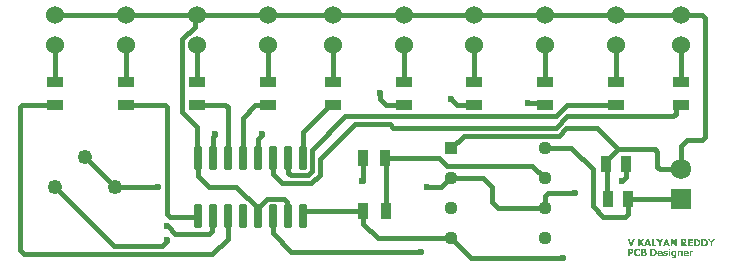
<source format=gtl>
G04*
G04 #@! TF.GenerationSoftware,Altium Limited,Altium Designer,23.1.1 (15)*
G04*
G04 Layer_Physical_Order=1*
G04 Layer_Color=255*
%FSLAX44Y44*%
%MOMM*%
G71*
G04*
G04 #@! TF.SameCoordinates,C741470B-7C4C-4177-9209-F2D843503FCF*
G04*
G04*
G04 #@! TF.FilePolarity,Positive*
G04*
G01*
G75*
%ADD15R,0.9700X1.4700*%
%ADD16R,0.9500X1.4000*%
G04:AMPARAMS|DCode=17|XSize=1.97mm|YSize=0.6mm|CornerRadius=0.075mm|HoleSize=0mm|Usage=FLASHONLY|Rotation=270.000|XOffset=0mm|YOffset=0mm|HoleType=Round|Shape=RoundedRectangle|*
%AMROUNDEDRECTD17*
21,1,1.9700,0.4500,0,0,270.0*
21,1,1.8200,0.6000,0,0,270.0*
1,1,0.1500,-0.2250,-0.9100*
1,1,0.1500,-0.2250,0.9100*
1,1,0.1500,0.2250,0.9100*
1,1,0.1500,0.2250,-0.9100*
%
%ADD17ROUNDEDRECTD17*%
%ADD18R,1.4000X0.9500*%
%ADD30C,0.3810*%
%ADD31C,1.1300*%
%ADD32R,1.1300X1.1300*%
%ADD33C,1.7250*%
%ADD34R,1.7250X1.7250*%
%ADD35C,1.5240*%
%ADD36C,1.2500*%
%ADD37C,0.6000*%
G36*
X555882Y11897D02*
X554384D01*
Y12997D01*
X555882D01*
Y11897D01*
D02*
G37*
G36*
X528238Y12831D02*
X528340D01*
X528451Y12822D01*
X528672Y12794D01*
X528682D01*
X528719Y12785D01*
X528774Y12775D01*
X528848Y12766D01*
X528931Y12748D01*
X529024Y12729D01*
X529227Y12683D01*
X529236D01*
X529264Y12674D01*
X529301Y12655D01*
X529356Y12637D01*
X529421Y12618D01*
X529505Y12581D01*
X529671Y12517D01*
X529680D01*
X529708Y12498D01*
X529754Y12480D01*
X529810Y12452D01*
X529939Y12397D01*
X530069Y12332D01*
Y10908D01*
X529902D01*
X529893Y10926D01*
X529837Y10973D01*
X529745Y11037D01*
X529634Y11130D01*
X529625Y11139D01*
X529606Y11158D01*
X529569Y11176D01*
X529523Y11213D01*
X529468Y11250D01*
X529412Y11296D01*
X529264Y11389D01*
X529255Y11398D01*
X529227Y11407D01*
X529181Y11435D01*
X529125Y11463D01*
X529051Y11500D01*
X528978Y11537D01*
X528793Y11611D01*
X528783D01*
X528746Y11629D01*
X528700Y11638D01*
X528635Y11657D01*
X528552Y11675D01*
X528469Y11685D01*
X528275Y11703D01*
X528219D01*
X528155Y11694D01*
X528071D01*
X527979Y11675D01*
X527877Y11657D01*
X527776Y11629D01*
X527674Y11592D01*
X527665D01*
X527628Y11574D01*
X527572Y11546D01*
X527507Y11509D01*
X527434Y11463D01*
X527341Y11398D01*
X527249Y11324D01*
X527156Y11241D01*
X527147Y11231D01*
X527119Y11194D01*
X527073Y11148D01*
X527027Y11074D01*
X526962Y10991D01*
X526907Y10880D01*
X526842Y10760D01*
X526786Y10621D01*
X526777Y10603D01*
X526768Y10557D01*
X526740Y10473D01*
X526722Y10362D01*
X526694Y10224D01*
X526666Y10067D01*
X526657Y9891D01*
X526648Y9697D01*
Y9688D01*
Y9669D01*
Y9641D01*
Y9604D01*
X526657Y9503D01*
X526666Y9373D01*
X526685Y9225D01*
X526712Y9068D01*
X526749Y8911D01*
X526796Y8763D01*
X526805Y8745D01*
X526823Y8698D01*
X526851Y8633D01*
X526897Y8541D01*
X526953Y8449D01*
X527027Y8347D01*
X527101Y8245D01*
X527184Y8153D01*
X527193Y8144D01*
X527221Y8116D01*
X527276Y8079D01*
X527332Y8023D01*
X527415Y7968D01*
X527498Y7912D01*
X527600Y7866D01*
X527702Y7820D01*
X527711D01*
X527757Y7801D01*
X527812Y7792D01*
X527887Y7774D01*
X527970Y7755D01*
X528071Y7746D01*
X528284Y7727D01*
X528330D01*
X528395Y7737D01*
X528469D01*
X528552Y7746D01*
X528645Y7764D01*
X528848Y7820D01*
X528857Y7829D01*
X528894Y7838D01*
X528941Y7857D01*
X529005Y7885D01*
X529153Y7959D01*
X529301Y8042D01*
X529310Y8051D01*
X529338Y8060D01*
X529375Y8088D01*
X529421Y8116D01*
X529532Y8199D01*
X529652Y8291D01*
X529662Y8301D01*
X529680Y8310D01*
X529708Y8338D01*
X529745Y8365D01*
X529837Y8439D01*
X529930Y8523D01*
X530069D01*
Y7099D01*
X530059D01*
X530041Y7089D01*
X530004Y7071D01*
X529958Y7053D01*
X529902Y7025D01*
X529837Y6997D01*
X529680Y6923D01*
X529671D01*
X529643Y6905D01*
X529597Y6886D01*
X529542Y6868D01*
X529477Y6840D01*
X529403Y6812D01*
X529236Y6757D01*
X529227D01*
X529190Y6747D01*
X529135Y6729D01*
X529061Y6710D01*
X528978Y6692D01*
X528885Y6673D01*
X528700Y6636D01*
X528691D01*
X528654Y6627D01*
X528598Y6618D01*
X528524D01*
X528432Y6609D01*
X528312Y6600D01*
X528182Y6590D01*
X527970D01*
X527896Y6600D01*
X527803D01*
X527692Y6618D01*
X527554Y6636D01*
X527406Y6655D01*
X527249Y6692D01*
X527082Y6738D01*
X526907Y6794D01*
X526731Y6858D01*
X526555Y6932D01*
X526370Y7025D01*
X526204Y7136D01*
X526037Y7265D01*
X525880Y7404D01*
X525871Y7413D01*
X525843Y7441D01*
X525806Y7487D01*
X525760Y7552D01*
X525695Y7635D01*
X525631Y7737D01*
X525557Y7857D01*
X525483Y7996D01*
X525409Y8153D01*
X525335Y8319D01*
X525270Y8513D01*
X525205Y8717D01*
X525159Y8939D01*
X525122Y9179D01*
X525094Y9438D01*
X525085Y9706D01*
Y9725D01*
Y9771D01*
X525094Y9845D01*
Y9946D01*
X525113Y10067D01*
X525131Y10205D01*
X525150Y10362D01*
X525187Y10529D01*
X525224Y10704D01*
X525279Y10889D01*
X525344Y11084D01*
X525418Y11278D01*
X525510Y11463D01*
X525621Y11648D01*
X525742Y11823D01*
X525880Y11990D01*
X525889Y11999D01*
X525917Y12027D01*
X525963Y12073D01*
X526028Y12119D01*
X526102Y12184D01*
X526204Y12258D01*
X526315Y12332D01*
X526444Y12415D01*
X526592Y12498D01*
X526749Y12572D01*
X526934Y12646D01*
X527119Y12711D01*
X527323Y12766D01*
X527544Y12803D01*
X527776Y12831D01*
X528025Y12840D01*
X528155D01*
X528238Y12831D01*
D02*
G37*
G36*
X565045Y11361D02*
X565109D01*
X565174Y11352D01*
X565331Y11315D01*
X565498Y11259D01*
X565673Y11185D01*
X565849Y11074D01*
X565923Y11000D01*
X565997Y10926D01*
Y10917D01*
X566015Y10908D01*
X566034Y10880D01*
X566052Y10843D01*
X566080Y10797D01*
X566117Y10741D01*
X566145Y10677D01*
X566182Y10603D01*
X566219Y10520D01*
X566246Y10427D01*
X566283Y10325D01*
X566311Y10205D01*
X566330Y10085D01*
X566348Y9956D01*
X566367Y9808D01*
Y9660D01*
Y6710D01*
X564952D01*
Y8957D01*
Y8966D01*
Y9003D01*
Y9059D01*
Y9133D01*
X564943Y9216D01*
Y9308D01*
X564924Y9503D01*
Y9512D01*
Y9549D01*
X564915Y9595D01*
X564906Y9660D01*
X564878Y9789D01*
X564860Y9845D01*
X564841Y9900D01*
Y9909D01*
X564832Y9928D01*
X564786Y9983D01*
X564721Y10057D01*
X564628Y10122D01*
X564619D01*
X564601Y10131D01*
X564573Y10150D01*
X564536Y10159D01*
X564481Y10178D01*
X564425Y10187D01*
X564351Y10196D01*
X564203D01*
X564157Y10187D01*
X564046Y10168D01*
X563907Y10131D01*
X563898D01*
X563880Y10122D01*
X563843Y10104D01*
X563796Y10085D01*
X563676Y10011D01*
X563537Y9919D01*
Y6710D01*
X562123D01*
Y11250D01*
X563537D01*
Y10741D01*
X563556Y10751D01*
X563593Y10788D01*
X563667Y10843D01*
X563750Y10908D01*
X563852Y10982D01*
X563963Y11065D01*
X564083Y11139D01*
X564203Y11204D01*
X564222Y11213D01*
X564259Y11231D01*
X564333Y11259D01*
X564416Y11287D01*
X564527Y11315D01*
X564656Y11343D01*
X564786Y11361D01*
X564934Y11370D01*
X564998D01*
X565045Y11361D01*
D02*
G37*
G36*
X575215Y11259D02*
X575316D01*
X575372Y11250D01*
Y9919D01*
X575252D01*
X575233Y9928D01*
X575187Y9937D01*
X575113Y9946D01*
X575011Y9956D01*
X574984D01*
X574956Y9965D01*
X574919D01*
X574808Y9974D01*
X574595D01*
X574540Y9965D01*
X574466Y9956D01*
X574383Y9946D01*
X574207Y9900D01*
X574198D01*
X574170Y9891D01*
X574124Y9872D01*
X574059Y9854D01*
X573985Y9835D01*
X573911Y9808D01*
X573745Y9752D01*
Y6710D01*
X572330D01*
Y11250D01*
X573745D01*
Y10594D01*
X573763Y10612D01*
X573809Y10658D01*
X573893Y10723D01*
X574004Y10816D01*
X574013Y10825D01*
X574031Y10843D01*
X574068Y10862D01*
X574105Y10899D01*
X574207Y10963D01*
X574318Y11037D01*
X574327D01*
X574346Y11056D01*
X574383Y11074D01*
X574420Y11093D01*
X574475Y11121D01*
X574540Y11139D01*
X574678Y11194D01*
X574688D01*
X574715Y11204D01*
X574752Y11222D01*
X574799Y11231D01*
X574928Y11259D01*
X575057Y11269D01*
X575159D01*
X575215Y11259D01*
D02*
G37*
G36*
X552165Y11361D02*
X552276D01*
X552415Y11343D01*
X552563Y11324D01*
X552720Y11306D01*
X552868Y11269D01*
X552887D01*
X552933Y11250D01*
X553016Y11231D01*
X553108Y11204D01*
X553210Y11176D01*
X553330Y11139D01*
X553441Y11093D01*
X553552Y11047D01*
Y9900D01*
X553432D01*
X553423Y9909D01*
X553377Y9937D01*
X553303Y9983D01*
X553201Y10048D01*
X553192D01*
X553173Y10067D01*
X553145Y10085D01*
X553108Y10104D01*
X553007Y10150D01*
X552896Y10205D01*
X552887D01*
X552868Y10224D01*
X552831Y10233D01*
X552785Y10251D01*
X552720Y10279D01*
X552655Y10298D01*
X552498Y10344D01*
X552489D01*
X552461Y10353D01*
X552415Y10362D01*
X552360Y10372D01*
X552295Y10381D01*
X552212Y10390D01*
X552045Y10399D01*
X551999D01*
X551934Y10390D01*
X551870D01*
X551786Y10372D01*
X551694Y10353D01*
X551611Y10325D01*
X551527Y10288D01*
X551518D01*
X551491Y10270D01*
X551463Y10251D01*
X551426Y10215D01*
X551380Y10178D01*
X551352Y10131D01*
X551324Y10076D01*
X551315Y10011D01*
Y10002D01*
Y9983D01*
X551324Y9928D01*
X551361Y9845D01*
X551380Y9808D01*
X551417Y9771D01*
X551426D01*
X551435Y9752D01*
X551472Y9743D01*
X551509Y9715D01*
X551574Y9688D01*
X551648Y9660D01*
X551749Y9632D01*
X551870Y9595D01*
X551879D01*
X551907Y9586D01*
X551944D01*
X551990Y9567D01*
X552054Y9558D01*
X552119Y9549D01*
X552286Y9512D01*
X552295D01*
X552323Y9503D01*
X552378Y9493D01*
X552434Y9484D01*
X552508Y9466D01*
X552581Y9447D01*
X552748Y9401D01*
X552757D01*
X552766Y9392D01*
X552794Y9382D01*
X552831Y9373D01*
X552914Y9336D01*
X553025Y9281D01*
X553145Y9216D01*
X553266Y9142D01*
X553386Y9050D01*
X553488Y8939D01*
X553497Y8929D01*
X553525Y8883D01*
X553571Y8818D01*
X553617Y8726D01*
X553663Y8606D01*
X553709Y8467D01*
X553737Y8310D01*
X553746Y8125D01*
Y8116D01*
Y8069D01*
X553737Y8014D01*
X553728Y7931D01*
X553709Y7838D01*
X553682Y7737D01*
X553645Y7626D01*
X553589Y7515D01*
X553580Y7505D01*
X553562Y7469D01*
X553525Y7413D01*
X553478Y7348D01*
X553423Y7274D01*
X553349Y7191D01*
X553266Y7108D01*
X553164Y7034D01*
X553155Y7025D01*
X553118Y6997D01*
X553053Y6960D01*
X552970Y6914D01*
X552868Y6858D01*
X552757Y6812D01*
X552628Y6757D01*
X552480Y6710D01*
X552461Y6701D01*
X552415Y6692D01*
X552332Y6673D01*
X552221Y6655D01*
X552082Y6627D01*
X551916Y6609D01*
X551740Y6600D01*
X551537Y6590D01*
X551454D01*
X551352Y6600D01*
X551232Y6609D01*
X551084Y6618D01*
X550927Y6636D01*
X550760Y6664D01*
X550584Y6701D01*
X550575D01*
X550566Y6710D01*
X550510Y6720D01*
X550427Y6738D01*
X550326Y6775D01*
X550215Y6803D01*
X550085Y6849D01*
X549965Y6895D01*
X549854Y6951D01*
Y8153D01*
X549974D01*
X549983Y8134D01*
X550030Y8097D01*
X550104Y8042D01*
X550196Y7977D01*
X550205D01*
X550224Y7959D01*
X550252Y7940D01*
X550289Y7922D01*
X550344Y7894D01*
X550400Y7857D01*
X550474Y7820D01*
X550557Y7783D01*
X550566D01*
X550594Y7764D01*
X550631Y7746D01*
X550686Y7727D01*
X550751Y7700D01*
X550825Y7681D01*
X551001Y7626D01*
X551010D01*
X551047Y7617D01*
X551093Y7607D01*
X551167Y7598D01*
X551241Y7580D01*
X551333Y7570D01*
X551546Y7561D01*
X551592D01*
X551648Y7570D01*
X551722D01*
X551805Y7580D01*
X551897Y7598D01*
X552073Y7644D01*
X552082Y7653D01*
X552110Y7663D01*
X552147Y7681D01*
X552193Y7718D01*
X552230Y7755D01*
X552267Y7811D01*
X552295Y7866D01*
X552304Y7940D01*
Y7949D01*
Y7968D01*
X552295Y7996D01*
Y8033D01*
X552258Y8106D01*
X552230Y8144D01*
X552193Y8181D01*
X552184D01*
X552175Y8199D01*
X552147Y8208D01*
X552101Y8227D01*
X552045Y8254D01*
X551981Y8282D01*
X551888Y8301D01*
X551786Y8328D01*
X551777D01*
X551759Y8338D01*
X551722Y8347D01*
X551675Y8356D01*
X551611Y8375D01*
X551537Y8384D01*
X551463Y8402D01*
X551370Y8421D01*
X551361D01*
X551333Y8430D01*
X551287Y8439D01*
X551222Y8449D01*
X551084Y8486D01*
X550936Y8523D01*
X550927D01*
X550917Y8532D01*
X550890Y8541D01*
X550853Y8550D01*
X550751Y8597D01*
X550640Y8643D01*
X550510Y8717D01*
X550381Y8800D01*
X550252Y8902D01*
X550141Y9013D01*
X550131Y9031D01*
X550104Y9068D01*
X550057Y9142D01*
X550011Y9244D01*
X549956Y9364D01*
X549919Y9512D01*
X549882Y9678D01*
X549873Y9872D01*
Y9882D01*
Y9919D01*
X549882Y9983D01*
X549891Y10057D01*
X549910Y10141D01*
X549928Y10233D01*
X549965Y10335D01*
X550011Y10436D01*
X550020Y10446D01*
X550039Y10483D01*
X550067Y10529D01*
X550113Y10594D01*
X550168Y10668D01*
X550242Y10751D01*
X550326Y10834D01*
X550418Y10917D01*
X550427Y10926D01*
X550464Y10954D01*
X550520Y10991D01*
X550603Y11037D01*
X550695Y11084D01*
X550816Y11139D01*
X550945Y11194D01*
X551084Y11241D01*
X551093D01*
X551102Y11250D01*
X551158Y11259D01*
X551241Y11278D01*
X551352Y11306D01*
X551481Y11333D01*
X551638Y11352D01*
X551805Y11361D01*
X551990Y11370D01*
X552073D01*
X552165Y11361D01*
D02*
G37*
G36*
X555836Y6710D02*
X554421D01*
Y11250D01*
X555836D01*
Y6710D01*
D02*
G37*
G36*
X541311Y12720D02*
X541487Y12711D01*
X541690Y12692D01*
X541894Y12674D01*
X542106Y12646D01*
X542134D01*
X542162Y12637D01*
X542199Y12628D01*
X542254Y12618D01*
X542310Y12600D01*
X542448Y12563D01*
X542606Y12517D01*
X542781Y12443D01*
X542966Y12359D01*
X543151Y12249D01*
X543160D01*
X543179Y12230D01*
X543206Y12212D01*
X543253Y12184D01*
X543354Y12091D01*
X543493Y11980D01*
X543641Y11832D01*
X543798Y11657D01*
X543946Y11453D01*
X544085Y11222D01*
Y11213D01*
X544103Y11194D01*
X544122Y11158D01*
X544140Y11111D01*
X544168Y11047D01*
X544196Y10973D01*
X544224Y10889D01*
X544260Y10797D01*
X544297Y10686D01*
X544325Y10575D01*
X544381Y10316D01*
X544418Y10020D01*
X544436Y9706D01*
Y9697D01*
Y9669D01*
Y9623D01*
X544427Y9567D01*
Y9493D01*
X544418Y9401D01*
X544408Y9308D01*
X544390Y9207D01*
X544344Y8966D01*
X544279Y8717D01*
X544187Y8458D01*
X544066Y8199D01*
Y8190D01*
X544048Y8171D01*
X544029Y8134D01*
X544002Y8088D01*
X543965Y8033D01*
X543918Y7977D01*
X543807Y7829D01*
X543678Y7663D01*
X543521Y7496D01*
X543336Y7330D01*
X543133Y7182D01*
X543123D01*
X543114Y7173D01*
X543086Y7154D01*
X543049Y7136D01*
X542957Y7080D01*
X542827Y7016D01*
X542679Y6951D01*
X542504Y6886D01*
X542310Y6831D01*
X542106Y6794D01*
X542079D01*
X542051Y6784D01*
X542014D01*
X541958Y6775D01*
X541903Y6766D01*
X541755Y6757D01*
X541579Y6738D01*
X541385Y6720D01*
X541163Y6710D01*
X539055D01*
Y12729D01*
X541154D01*
X541311Y12720D01*
D02*
G37*
G36*
X533462D02*
X533619D01*
X533785Y12711D01*
X533952Y12692D01*
X534090Y12674D01*
X534109D01*
X534146Y12665D01*
X534211Y12655D01*
X534303Y12628D01*
X534395Y12600D01*
X534506Y12563D01*
X534617Y12517D01*
X534728Y12461D01*
X534747Y12452D01*
X534784Y12434D01*
X534839Y12387D01*
X534913Y12341D01*
X534987Y12267D01*
X535070Y12193D01*
X535144Y12091D01*
X535209Y11990D01*
X535218Y11980D01*
X535237Y11943D01*
X535265Y11879D01*
X535292Y11796D01*
X535320Y11703D01*
X535348Y11592D01*
X535366Y11463D01*
X535375Y11324D01*
Y11315D01*
Y11306D01*
Y11250D01*
X535366Y11167D01*
X535348Y11065D01*
X535320Y10945D01*
X535283Y10806D01*
X535228Y10677D01*
X535154Y10538D01*
X535144Y10520D01*
X535117Y10483D01*
X535061Y10418D01*
X534996Y10344D01*
X534904Y10270D01*
X534802Y10187D01*
X534682Y10104D01*
X534543Y10039D01*
Y10002D01*
X534553D01*
X534571Y9993D01*
X534599D01*
X534636Y9983D01*
X534738Y9946D01*
X534867Y9900D01*
X535006Y9835D01*
X535154Y9752D01*
X535302Y9650D01*
X535431Y9521D01*
X535449Y9503D01*
X535486Y9456D01*
X535542Y9373D01*
X535607Y9262D01*
X535662Y9123D01*
X535718Y8957D01*
X535755Y8763D01*
X535773Y8550D01*
Y8541D01*
Y8532D01*
Y8476D01*
X535764Y8393D01*
X535755Y8282D01*
X535727Y8162D01*
X535699Y8023D01*
X535653Y7885D01*
X535597Y7755D01*
X535588Y7737D01*
X535570Y7700D01*
X535533Y7635D01*
X535477Y7561D01*
X535412Y7478D01*
X535339Y7385D01*
X535246Y7293D01*
X535144Y7200D01*
X535126Y7191D01*
X535089Y7154D01*
X535015Y7108D01*
X534922Y7053D01*
X534812Y6988D01*
X534682Y6932D01*
X534543Y6868D01*
X534395Y6821D01*
X534377D01*
X534321Y6803D01*
X534238Y6784D01*
X534118Y6766D01*
X533961Y6747D01*
X533785Y6729D01*
X533582Y6720D01*
X533360Y6710D01*
X530956D01*
Y12729D01*
X533314D01*
X533462Y12720D01*
D02*
G37*
G36*
X522515D02*
X522644D01*
X522783Y12702D01*
X522931Y12683D01*
X523079Y12665D01*
X523227Y12628D01*
X523245D01*
X523291Y12609D01*
X523365Y12591D01*
X523458Y12554D01*
X523560Y12517D01*
X523680Y12461D01*
X523800Y12406D01*
X523920Y12332D01*
X523939Y12322D01*
X523976Y12285D01*
X524031Y12239D01*
X524114Y12165D01*
X524198Y12082D01*
X524281Y11980D01*
X524364Y11860D01*
X524438Y11722D01*
X524447Y11703D01*
X524466Y11657D01*
X524503Y11574D01*
X524540Y11472D01*
X524567Y11333D01*
X524604Y11185D01*
X524623Y11010D01*
X524632Y10825D01*
Y10806D01*
Y10751D01*
X524623Y10677D01*
X524614Y10566D01*
X524595Y10446D01*
X524577Y10307D01*
X524540Y10168D01*
X524493Y10020D01*
X524484Y10002D01*
X524466Y9956D01*
X524438Y9891D01*
X524401Y9798D01*
X524345Y9697D01*
X524272Y9595D01*
X524198Y9493D01*
X524105Y9392D01*
X524096Y9382D01*
X524077Y9364D01*
X524050Y9336D01*
X524013Y9299D01*
X523902Y9197D01*
X523772Y9096D01*
X523763Y9086D01*
X523745Y9077D01*
X523698Y9050D01*
X523652Y9022D01*
X523596Y8985D01*
X523523Y8948D01*
X523365Y8874D01*
X523356D01*
X523328Y8855D01*
X523282Y8846D01*
X523218Y8818D01*
X523153Y8800D01*
X523069Y8772D01*
X522875Y8726D01*
X522866D01*
X522829Y8717D01*
X522774Y8708D01*
X522709D01*
X522617Y8698D01*
X522524Y8689D01*
X522413Y8680D01*
X521507D01*
Y6710D01*
X520000D01*
Y12729D01*
X522422D01*
X522515Y12720D01*
D02*
G37*
G36*
X569677Y11379D02*
X569760Y11370D01*
X569861Y11361D01*
X569972Y11343D01*
X570093Y11315D01*
X570342Y11250D01*
X570472Y11204D01*
X570601Y11148D01*
X570731Y11084D01*
X570851Y11010D01*
X570971Y10926D01*
X571073Y10825D01*
X571082Y10816D01*
X571091Y10797D01*
X571119Y10769D01*
X571156Y10723D01*
X571193Y10658D01*
X571239Y10594D01*
X571285Y10510D01*
X571341Y10409D01*
X571387Y10307D01*
X571433Y10187D01*
X571479Y10048D01*
X571516Y9909D01*
X571553Y9752D01*
X571581Y9586D01*
X571590Y9410D01*
X571600Y9216D01*
Y8708D01*
X568502D01*
Y8689D01*
X568512Y8652D01*
Y8597D01*
X568530Y8523D01*
X568539Y8430D01*
X568567Y8347D01*
X568595Y8254D01*
X568632Y8171D01*
X568641Y8162D01*
X568650Y8134D01*
X568678Y8097D01*
X568715Y8051D01*
X568807Y7940D01*
X568928Y7838D01*
X568937Y7829D01*
X568965Y7820D01*
X569002Y7792D01*
X569048Y7764D01*
X569113Y7737D01*
X569187Y7709D01*
X569353Y7653D01*
X569362D01*
X569399Y7644D01*
X569445Y7635D01*
X569510D01*
X569584Y7626D01*
X569677Y7617D01*
X569880Y7607D01*
X569972D01*
X570037Y7617D01*
X570111D01*
X570185Y7626D01*
X570361Y7653D01*
X570370D01*
X570398Y7663D01*
X570444Y7672D01*
X570509Y7691D01*
X570573Y7718D01*
X570647Y7737D01*
X570805Y7801D01*
X570814D01*
X570832Y7820D01*
X570869Y7829D01*
X570906Y7857D01*
X571008Y7903D01*
X571119Y7968D01*
X571128D01*
X571147Y7986D01*
X571202Y8023D01*
X571285Y8079D01*
X571359Y8134D01*
X571516D01*
Y6960D01*
X571507D01*
X571489Y6951D01*
X571452Y6932D01*
X571415Y6923D01*
X571304Y6877D01*
X571193Y6831D01*
X571184D01*
X571165Y6821D01*
X571137Y6812D01*
X571091Y6794D01*
X571036Y6775D01*
X570971Y6757D01*
X570897Y6738D01*
X570805Y6710D01*
X570795D01*
X570768Y6701D01*
X570721Y6692D01*
X570657Y6683D01*
X570583Y6673D01*
X570509Y6655D01*
X570324Y6627D01*
X570315D01*
X570278Y6618D01*
X570231D01*
X570157Y6609D01*
X570074Y6600D01*
X569972D01*
X569861Y6590D01*
X569612D01*
X569519Y6600D01*
X569418Y6609D01*
X569288Y6627D01*
X569150Y6646D01*
X569002Y6664D01*
X568687Y6738D01*
X568521Y6784D01*
X568364Y6849D01*
X568197Y6914D01*
X568040Y6997D01*
X567901Y7089D01*
X567763Y7200D01*
X567753Y7210D01*
X567735Y7228D01*
X567698Y7265D01*
X567661Y7311D01*
X567606Y7376D01*
X567550Y7450D01*
X567485Y7542D01*
X567430Y7644D01*
X567365Y7764D01*
X567300Y7894D01*
X567245Y8042D01*
X567189Y8199D01*
X567153Y8365D01*
X567116Y8550D01*
X567097Y8745D01*
X567088Y8948D01*
Y8957D01*
Y8994D01*
Y9059D01*
X567097Y9133D01*
X567106Y9225D01*
X567125Y9336D01*
X567143Y9456D01*
X567171Y9586D01*
X567245Y9872D01*
X567291Y10020D01*
X567356Y10168D01*
X567430Y10316D01*
X567513Y10455D01*
X567606Y10594D01*
X567716Y10723D01*
X567726Y10732D01*
X567744Y10751D01*
X567781Y10788D01*
X567837Y10825D01*
X567901Y10880D01*
X567975Y10936D01*
X568068Y10991D01*
X568179Y11056D01*
X568299Y11121D01*
X568428Y11176D01*
X568576Y11231D01*
X568743Y11287D01*
X568909Y11324D01*
X569094Y11361D01*
X569288Y11379D01*
X569501Y11389D01*
X569603D01*
X569677Y11379D01*
D02*
G37*
G36*
X547506D02*
X547589Y11370D01*
X547691Y11361D01*
X547802Y11343D01*
X547922Y11315D01*
X548171Y11250D01*
X548301Y11204D01*
X548430Y11148D01*
X548560Y11084D01*
X548680Y11010D01*
X548800Y10926D01*
X548902Y10825D01*
X548911Y10816D01*
X548920Y10797D01*
X548948Y10769D01*
X548985Y10723D01*
X549022Y10658D01*
X549068Y10594D01*
X549114Y10510D01*
X549170Y10409D01*
X549216Y10307D01*
X549262Y10187D01*
X549309Y10048D01*
X549346Y9909D01*
X549383Y9752D01*
X549410Y9586D01*
X549420Y9410D01*
X549429Y9216D01*
Y8708D01*
X546331D01*
Y8689D01*
X546341Y8652D01*
Y8597D01*
X546359Y8523D01*
X546368Y8430D01*
X546396Y8347D01*
X546424Y8254D01*
X546461Y8171D01*
X546470Y8162D01*
X546479Y8134D01*
X546507Y8097D01*
X546544Y8051D01*
X546637Y7940D01*
X546757Y7838D01*
X546766Y7829D01*
X546794Y7820D01*
X546831Y7792D01*
X546877Y7764D01*
X546942Y7737D01*
X547016Y7709D01*
X547182Y7653D01*
X547191D01*
X547228Y7644D01*
X547275Y7635D01*
X547339D01*
X547413Y7626D01*
X547506Y7617D01*
X547709Y7607D01*
X547802D01*
X547866Y7617D01*
X547940D01*
X548014Y7626D01*
X548190Y7653D01*
X548199D01*
X548227Y7663D01*
X548273Y7672D01*
X548338Y7691D01*
X548402Y7718D01*
X548476Y7737D01*
X548634Y7801D01*
X548643D01*
X548661Y7820D01*
X548698Y7829D01*
X548735Y7857D01*
X548837Y7903D01*
X548948Y7968D01*
X548957D01*
X548976Y7986D01*
X549031Y8023D01*
X549114Y8079D01*
X549188Y8134D01*
X549346D01*
Y6960D01*
X549336D01*
X549318Y6951D01*
X549281Y6932D01*
X549244Y6923D01*
X549133Y6877D01*
X549022Y6831D01*
X549013D01*
X548994Y6821D01*
X548966Y6812D01*
X548920Y6794D01*
X548865Y6775D01*
X548800Y6757D01*
X548726Y6738D01*
X548634Y6710D01*
X548624D01*
X548597Y6701D01*
X548550Y6692D01*
X548486Y6683D01*
X548412Y6673D01*
X548338Y6655D01*
X548153Y6627D01*
X548144D01*
X548107Y6618D01*
X548060D01*
X547986Y6609D01*
X547903Y6600D01*
X547802D01*
X547691Y6590D01*
X547441D01*
X547349Y6600D01*
X547247Y6609D01*
X547117Y6627D01*
X546979Y6646D01*
X546831Y6664D01*
X546516Y6738D01*
X546350Y6784D01*
X546193Y6849D01*
X546026Y6914D01*
X545869Y6997D01*
X545731Y7089D01*
X545592Y7200D01*
X545583Y7210D01*
X545564Y7228D01*
X545527Y7265D01*
X545490Y7311D01*
X545435Y7376D01*
X545379Y7450D01*
X545314Y7542D01*
X545259Y7644D01*
X545194Y7764D01*
X545130Y7894D01*
X545074Y8042D01*
X545019Y8199D01*
X544982Y8365D01*
X544945Y8550D01*
X544926Y8745D01*
X544917Y8948D01*
Y8957D01*
Y8994D01*
Y9059D01*
X544926Y9133D01*
X544935Y9225D01*
X544954Y9336D01*
X544972Y9456D01*
X545000Y9586D01*
X545074Y9872D01*
X545120Y10020D01*
X545185Y10168D01*
X545259Y10316D01*
X545342Y10455D01*
X545435Y10594D01*
X545546Y10723D01*
X545555Y10732D01*
X545573Y10751D01*
X545610Y10788D01*
X545666Y10825D01*
X545731Y10880D01*
X545804Y10936D01*
X545897Y10991D01*
X546008Y11056D01*
X546128Y11121D01*
X546258Y11176D01*
X546405Y11231D01*
X546572Y11287D01*
X546738Y11324D01*
X546923Y11361D01*
X547117Y11379D01*
X547330Y11389D01*
X547432D01*
X547506Y11379D01*
D02*
G37*
G36*
X558693Y11361D02*
X558785Y11352D01*
X558887Y11333D01*
X559100Y11278D01*
X559109D01*
X559146Y11259D01*
X559201Y11241D01*
X559266Y11222D01*
X559349Y11185D01*
X559432Y11148D01*
X559608Y11047D01*
X559654Y11250D01*
X561032D01*
Y7228D01*
Y7219D01*
Y7200D01*
Y7173D01*
Y7127D01*
X561023Y7071D01*
Y7006D01*
X561013Y6868D01*
X560986Y6701D01*
X560958Y6516D01*
X560912Y6341D01*
X560847Y6165D01*
Y6156D01*
X560838Y6146D01*
X560810Y6091D01*
X560773Y6008D01*
X560718Y5915D01*
X560644Y5804D01*
X560560Y5693D01*
X560459Y5583D01*
X560348Y5481D01*
X560329Y5472D01*
X560292Y5444D01*
X560228Y5398D01*
X560135Y5342D01*
X560024Y5287D01*
X559895Y5222D01*
X559747Y5166D01*
X559590Y5120D01*
X559580D01*
X559571Y5111D01*
X559516Y5102D01*
X559423Y5083D01*
X559303Y5065D01*
X559164Y5037D01*
X558998Y5019D01*
X558813Y5009D01*
X558619Y5000D01*
X558452D01*
X558341Y5009D01*
X558212Y5019D01*
X558064Y5028D01*
X557759Y5065D01*
X557741D01*
X557694Y5074D01*
X557611Y5083D01*
X557519Y5102D01*
X557408Y5120D01*
X557287Y5148D01*
X557167Y5176D01*
X557056Y5203D01*
Y6331D01*
X557223D01*
X557232Y6322D01*
X557287Y6304D01*
X557361Y6285D01*
X557463Y6248D01*
X557472D01*
X557491Y6239D01*
X557519Y6230D01*
X557556Y6220D01*
X557648Y6193D01*
X557759Y6156D01*
X557768D01*
X557787Y6146D01*
X557824D01*
X557861Y6137D01*
X557972Y6109D01*
X558092Y6091D01*
X558101D01*
X558120Y6082D01*
X558157D01*
X558194Y6072D01*
X558304Y6063D01*
X558434Y6054D01*
X558499D01*
X558563Y6063D01*
X558647D01*
X558739Y6072D01*
X558841Y6091D01*
X558942Y6109D01*
X559035Y6137D01*
X559044D01*
X559072Y6156D01*
X559118Y6165D01*
X559174Y6193D01*
X559285Y6257D01*
X559349Y6294D01*
X559395Y6341D01*
X559405Y6350D01*
X559414Y6368D01*
X559432Y6396D01*
X559460Y6442D01*
X559516Y6544D01*
X559562Y6673D01*
Y6683D01*
X559571Y6710D01*
X559580Y6747D01*
X559590Y6803D01*
X559599Y6877D01*
X559608Y6951D01*
X559617Y7053D01*
Y7154D01*
Y7237D01*
X559608Y7228D01*
X559571Y7200D01*
X559525Y7164D01*
X559460Y7117D01*
X559377Y7062D01*
X559285Y7006D01*
X559174Y6951D01*
X559063Y6895D01*
X559053Y6886D01*
X559007Y6877D01*
X558942Y6858D01*
X558868Y6840D01*
X558767Y6812D01*
X558656Y6794D01*
X558536Y6784D01*
X558415Y6775D01*
X558332D01*
X558268Y6784D01*
X558194Y6794D01*
X558110Y6803D01*
X558018Y6821D01*
X557916Y6849D01*
X557694Y6914D01*
X557583Y6960D01*
X557472Y7016D01*
X557361Y7080D01*
X557251Y7164D01*
X557149Y7247D01*
X557056Y7348D01*
X557047Y7358D01*
X557038Y7376D01*
X557010Y7413D01*
X556982Y7459D01*
X556945Y7515D01*
X556908Y7589D01*
X556862Y7681D01*
X556825Y7783D01*
X556779Y7894D01*
X556733Y8023D01*
X556696Y8171D01*
X556659Y8328D01*
X556631Y8495D01*
X556603Y8680D01*
X556594Y8874D01*
X556585Y9086D01*
Y9096D01*
Y9114D01*
Y9142D01*
Y9179D01*
X556594Y9281D01*
X556603Y9410D01*
X556622Y9558D01*
X556640Y9715D01*
X556677Y9882D01*
X556724Y10048D01*
Y10057D01*
X556733Y10067D01*
X556751Y10122D01*
X556788Y10196D01*
X556834Y10298D01*
X556890Y10409D01*
X556964Y10529D01*
X557047Y10649D01*
X557140Y10769D01*
X557149Y10778D01*
X557186Y10816D01*
X557241Y10871D01*
X557306Y10936D01*
X557398Y11000D01*
X557500Y11074D01*
X557611Y11148D01*
X557741Y11213D01*
X557759Y11222D01*
X557805Y11241D01*
X557879Y11259D01*
X557972Y11296D01*
X558083Y11324D01*
X558203Y11343D01*
X558341Y11361D01*
X558480Y11370D01*
X558610D01*
X558693Y11361D01*
D02*
G37*
G36*
X591432Y17506D02*
Y15000D01*
X589925D01*
Y17432D01*
X587807Y21019D01*
X589518D01*
X590710Y18855D01*
X591848Y21019D01*
X593512D01*
X591432Y17506D01*
D02*
G37*
G36*
X547774D02*
Y15000D01*
X546267D01*
Y17432D01*
X544150Y21019D01*
X545860D01*
X547053Y18855D01*
X548190Y21019D01*
X549854D01*
X547774Y17506D01*
D02*
G37*
G36*
X561226Y15000D02*
X559775D01*
X557445Y19188D01*
Y15000D01*
X556067D01*
Y21019D01*
X557916D01*
X559849Y17570D01*
Y21019D01*
X561226D01*
Y15000D01*
D02*
G37*
G36*
X523643D02*
X522062D01*
X520000Y21019D01*
X521562D01*
X522875Y16923D01*
X524188Y21019D01*
X525714D01*
X523643Y15000D01*
D02*
G37*
G36*
X539527D02*
X537983D01*
X537604Y16220D01*
X535690D01*
X535311Y15000D01*
X532130D01*
X530494Y17441D01*
X530198Y17025D01*
Y15000D01*
X528691D01*
Y21019D01*
X530198D01*
Y18319D01*
X532130Y21019D01*
X533868D01*
X531723Y18218D01*
X533855Y15152D01*
X535838Y21019D01*
X537483D01*
X539527Y15000D01*
D02*
G37*
G36*
X584497Y21010D02*
X584673Y21000D01*
X584876Y20982D01*
X585080Y20963D01*
X585292Y20936D01*
X585320D01*
X585348Y20926D01*
X585385Y20917D01*
X585440Y20908D01*
X585496Y20889D01*
X585634Y20852D01*
X585792Y20806D01*
X585967Y20732D01*
X586152Y20649D01*
X586337Y20538D01*
X586346D01*
X586365Y20520D01*
X586393Y20501D01*
X586439Y20473D01*
X586541Y20381D01*
X586679Y20270D01*
X586827Y20122D01*
X586984Y19946D01*
X587132Y19743D01*
X587271Y19512D01*
Y19503D01*
X587290Y19484D01*
X587308Y19447D01*
X587327Y19401D01*
X587354Y19336D01*
X587382Y19262D01*
X587410Y19179D01*
X587447Y19087D01*
X587484Y18976D01*
X587511Y18865D01*
X587567Y18606D01*
X587604Y18310D01*
X587622Y17996D01*
Y17986D01*
Y17959D01*
Y17912D01*
X587613Y17857D01*
Y17783D01*
X587604Y17691D01*
X587595Y17598D01*
X587576Y17496D01*
X587530Y17256D01*
X587465Y17006D01*
X587373Y16747D01*
X587253Y16488D01*
Y16479D01*
X587234Y16461D01*
X587215Y16424D01*
X587188Y16378D01*
X587151Y16322D01*
X587105Y16267D01*
X586994Y16119D01*
X586864Y15952D01*
X586707Y15786D01*
X586522Y15619D01*
X586319Y15472D01*
X586309D01*
X586300Y15462D01*
X586273Y15444D01*
X586236Y15425D01*
X586143Y15370D01*
X586014Y15305D01*
X585866Y15240D01*
X585690Y15176D01*
X585496Y15120D01*
X585292Y15083D01*
X585265D01*
X585237Y15074D01*
X585200D01*
X585145Y15065D01*
X585089Y15056D01*
X584941Y15046D01*
X584765Y15028D01*
X584571Y15009D01*
X584349Y15000D01*
X582241D01*
Y21019D01*
X584340D01*
X584497Y21010D01*
D02*
G37*
G36*
X578229D02*
X578405Y21000D01*
X578608Y20982D01*
X578811Y20963D01*
X579024Y20936D01*
X579052D01*
X579079Y20926D01*
X579116Y20917D01*
X579172Y20908D01*
X579227Y20889D01*
X579366Y20852D01*
X579523Y20806D01*
X579699Y20732D01*
X579884Y20649D01*
X580069Y20538D01*
X580078D01*
X580096Y20520D01*
X580124Y20501D01*
X580170Y20473D01*
X580272Y20381D01*
X580411Y20270D01*
X580559Y20122D01*
X580716Y19946D01*
X580864Y19743D01*
X581003Y19512D01*
Y19503D01*
X581021Y19484D01*
X581040Y19447D01*
X581058Y19401D01*
X581086Y19336D01*
X581113Y19262D01*
X581141Y19179D01*
X581178Y19087D01*
X581215Y18976D01*
X581243Y18865D01*
X581298Y18606D01*
X581335Y18310D01*
X581354Y17996D01*
Y17986D01*
Y17959D01*
Y17912D01*
X581345Y17857D01*
Y17783D01*
X581335Y17691D01*
X581326Y17598D01*
X581308Y17496D01*
X581261Y17256D01*
X581197Y17006D01*
X581104Y16747D01*
X580984Y16488D01*
Y16479D01*
X580965Y16461D01*
X580947Y16424D01*
X580919Y16378D01*
X580882Y16322D01*
X580836Y16267D01*
X580725Y16119D01*
X580596Y15952D01*
X580438Y15786D01*
X580254Y15619D01*
X580050Y15472D01*
X580041D01*
X580032Y15462D01*
X580004Y15444D01*
X579967Y15425D01*
X579874Y15370D01*
X579745Y15305D01*
X579597Y15240D01*
X579422Y15176D01*
X579227Y15120D01*
X579024Y15083D01*
X578996D01*
X578968Y15074D01*
X578932D01*
X578876Y15065D01*
X578820Y15056D01*
X578673Y15046D01*
X578497Y15028D01*
X578303Y15009D01*
X578081Y15000D01*
X575973D01*
Y21019D01*
X578072D01*
X578229Y21010D01*
D02*
G37*
G36*
X574956Y19872D02*
X572386D01*
Y18818D01*
X574752D01*
Y17672D01*
X572386D01*
Y16146D01*
X574956D01*
Y15000D01*
X570878D01*
Y21019D01*
X574956D01*
Y19872D01*
D02*
G37*
G36*
X567587Y21010D02*
X567726Y21000D01*
X567864Y20991D01*
X568022Y20973D01*
X568160Y20954D01*
X568179D01*
X568225Y20945D01*
X568290Y20926D01*
X568382Y20899D01*
X568493Y20862D01*
X568604Y20815D01*
X568724Y20760D01*
X568844Y20695D01*
X568863Y20686D01*
X568900Y20658D01*
X568955Y20612D01*
X569029Y20547D01*
X569113Y20473D01*
X569196Y20381D01*
X569288Y20279D01*
X569362Y20168D01*
X569371Y20150D01*
X569390Y20113D01*
X569427Y20039D01*
X569464Y19946D01*
X569492Y19835D01*
X569529Y19697D01*
X569547Y19540D01*
X569556Y19364D01*
Y19355D01*
Y19336D01*
Y19299D01*
Y19253D01*
X569547Y19188D01*
X569538Y19124D01*
X569519Y18966D01*
X569482Y18781D01*
X569427Y18597D01*
X569344Y18412D01*
X569242Y18236D01*
X569224Y18218D01*
X569187Y18162D01*
X569113Y18088D01*
X569020Y17996D01*
X568900Y17885D01*
X568752Y17764D01*
X568586Y17653D01*
X568401Y17552D01*
X570435Y15000D01*
X568595D01*
X566912Y17210D01*
X566376D01*
Y15000D01*
X564869D01*
Y21019D01*
X567467D01*
X567587Y21010D01*
D02*
G37*
G36*
X555475Y15000D02*
X553931D01*
X553552Y16220D01*
X551638D01*
X551259Y15000D01*
X549752D01*
X551786Y21019D01*
X553432D01*
X555475Y15000D01*
D02*
G37*
G36*
X541626Y16146D02*
X544140D01*
Y15000D01*
X540118D01*
Y21019D01*
X541626D01*
Y16146D01*
D02*
G37*
%LPC*%
G36*
X540914Y11611D02*
X540562D01*
Y7848D01*
X541163D01*
X541302Y7857D01*
X541459D01*
X541505Y7866D01*
X541570Y7875D01*
X541653Y7894D01*
X541755Y7922D01*
X541866Y7959D01*
X541986Y8014D01*
X542106Y8079D01*
X542125Y8088D01*
X542171Y8125D01*
X542236Y8171D01*
X542319Y8245D01*
X542411Y8338D01*
X542504Y8449D01*
X542596Y8569D01*
X542679Y8717D01*
Y8726D01*
X542689Y8735D01*
X542707Y8791D01*
X542744Y8883D01*
X542781Y9003D01*
X542809Y9142D01*
X542846Y9318D01*
X542864Y9512D01*
X542874Y9725D01*
Y9734D01*
Y9752D01*
Y9780D01*
Y9826D01*
X542864Y9872D01*
Y9937D01*
X542846Y10076D01*
X542818Y10233D01*
X542781Y10409D01*
X542735Y10575D01*
X542661Y10741D01*
Y10751D01*
X542652Y10760D01*
X542624Y10816D01*
X542578Y10889D01*
X542504Y10982D01*
X542421Y11093D01*
X542310Y11204D01*
X542180Y11306D01*
X542032Y11407D01*
X542023Y11416D01*
X541977Y11435D01*
X541921Y11463D01*
X541838Y11490D01*
X541736Y11527D01*
X541635Y11555D01*
X541515Y11583D01*
X541385Y11592D01*
X541330D01*
X541256Y11601D01*
X541043D01*
X540914Y11611D01*
D02*
G37*
G36*
X533027Y11629D02*
X532463D01*
Y10353D01*
X533221D01*
X533249Y10362D01*
X533295Y10372D01*
X533397Y10399D01*
X533517Y10446D01*
X533526D01*
X533545Y10464D01*
X533582Y10483D01*
X533619Y10510D01*
X533702Y10575D01*
X533739Y10621D01*
X533767Y10677D01*
Y10686D01*
X533776Y10704D01*
X533794Y10732D01*
X533804Y10778D01*
X533822Y10825D01*
X533831Y10889D01*
X533841Y11028D01*
Y11037D01*
Y11056D01*
Y11084D01*
X533831Y11121D01*
X533804Y11213D01*
X533758Y11324D01*
Y11333D01*
X533748Y11352D01*
X533702Y11407D01*
X533628Y11481D01*
X533526Y11546D01*
X533517D01*
X533499Y11555D01*
X533471Y11564D01*
X533425Y11583D01*
X533378Y11592D01*
X533314Y11601D01*
X533175Y11620D01*
X533092D01*
X533027Y11629D01*
D02*
G37*
G36*
X533212Y9327D02*
X532463D01*
Y7811D01*
X533388D01*
X533434Y7820D01*
X533499Y7829D01*
X533563Y7838D01*
X533647Y7866D01*
X533813Y7922D01*
X533822D01*
X533850Y7940D01*
X533887Y7959D01*
X533924Y7986D01*
X534026Y8069D01*
X534072Y8125D01*
X534109Y8181D01*
X534118Y8190D01*
X534127Y8208D01*
X534146Y8245D01*
X534164Y8301D01*
X534183Y8356D01*
X534192Y8421D01*
X534211Y8495D01*
Y8578D01*
Y8587D01*
Y8624D01*
X534201Y8670D01*
X534192Y8735D01*
X534164Y8883D01*
X534127Y8948D01*
X534090Y9013D01*
X534081Y9022D01*
X534072Y9040D01*
X534044Y9068D01*
X534007Y9105D01*
X533961Y9142D01*
X533905Y9188D01*
X533831Y9225D01*
X533758Y9253D01*
X533748D01*
X533730Y9262D01*
X533702Y9272D01*
X533656Y9281D01*
X533600Y9290D01*
X533536Y9308D01*
X533462D01*
X533378Y9318D01*
X533286D01*
X533212Y9327D01*
D02*
G37*
G36*
X521942Y11611D02*
X521507D01*
Y9798D01*
X522117D01*
X522228Y9808D01*
X522339Y9826D01*
X522358D01*
X522413Y9845D01*
X522496Y9863D01*
X522589Y9900D01*
X522598D01*
X522617Y9909D01*
X522672Y9946D01*
X522737Y9983D01*
X522801Y10039D01*
X522811Y10048D01*
X522829Y10067D01*
X522857Y10094D01*
X522885Y10131D01*
X522959Y10233D01*
X522986Y10288D01*
X523014Y10344D01*
Y10353D01*
X523023Y10372D01*
X523033Y10409D01*
X523042Y10464D01*
X523051Y10529D01*
X523060Y10603D01*
X523069Y10686D01*
Y10788D01*
Y10797D01*
Y10834D01*
X523060Y10880D01*
X523051Y10945D01*
X523014Y11084D01*
X522986Y11158D01*
X522940Y11231D01*
X522931Y11241D01*
X522922Y11259D01*
X522894Y11296D01*
X522857Y11333D01*
X522764Y11416D01*
X522718Y11453D01*
X522654Y11481D01*
X522644D01*
X522617Y11500D01*
X522579Y11509D01*
X522524Y11527D01*
X522395Y11564D01*
X522247Y11592D01*
X522210D01*
X522164Y11601D01*
X522034D01*
X521942Y11611D01*
D02*
G37*
G36*
X569390Y10492D02*
X569325D01*
X569251Y10483D01*
X569159Y10464D01*
X569057Y10427D01*
X568946Y10381D01*
X568844Y10316D01*
X568752Y10233D01*
X568743Y10224D01*
X568715Y10187D01*
X568678Y10131D01*
X568632Y10057D01*
X568586Y9956D01*
X568549Y9845D01*
X568512Y9706D01*
X568493Y9558D01*
X570204D01*
Y9567D01*
Y9577D01*
X570194Y9632D01*
X570185Y9715D01*
X570167Y9817D01*
X570148Y9928D01*
X570102Y10039D01*
X570056Y10150D01*
X569991Y10251D01*
X569982Y10261D01*
X569954Y10288D01*
X569908Y10325D01*
X569843Y10372D01*
X569760Y10418D01*
X569658Y10455D01*
X569529Y10483D01*
X569390Y10492D01*
D02*
G37*
G36*
X547219D02*
X547154D01*
X547080Y10483D01*
X546988Y10464D01*
X546886Y10427D01*
X546775Y10381D01*
X546674Y10316D01*
X546581Y10233D01*
X546572Y10224D01*
X546544Y10187D01*
X546507Y10131D01*
X546461Y10057D01*
X546415Y9956D01*
X546378Y9845D01*
X546341Y9706D01*
X546322Y9558D01*
X548033D01*
Y9567D01*
Y9577D01*
X548023Y9632D01*
X548014Y9715D01*
X547996Y9817D01*
X547977Y9928D01*
X547931Y10039D01*
X547885Y10150D01*
X547820Y10251D01*
X547811Y10261D01*
X547783Y10288D01*
X547737Y10325D01*
X547672Y10372D01*
X547589Y10418D01*
X547487Y10455D01*
X547358Y10483D01*
X547219Y10492D01*
D02*
G37*
G36*
X559053Y10316D02*
X559007D01*
X558970Y10307D01*
X558878Y10298D01*
X558767Y10279D01*
X558647Y10233D01*
X558517Y10178D01*
X558397Y10094D01*
X558286Y9983D01*
X558277Y9965D01*
X558249Y9919D01*
X558203Y9845D01*
X558166Y9743D01*
X558120Y9614D01*
X558073Y9456D01*
X558046Y9272D01*
X558036Y9059D01*
Y9050D01*
Y9013D01*
Y8957D01*
X558046Y8883D01*
Y8809D01*
X558055Y8726D01*
X558073Y8559D01*
Y8550D01*
X558083Y8523D01*
X558092Y8486D01*
X558101Y8439D01*
X558147Y8319D01*
X558212Y8199D01*
X558221Y8190D01*
X558231Y8171D01*
X558286Y8116D01*
X558360Y8042D01*
X558471Y7968D01*
X558480D01*
X558499Y7959D01*
X558536Y7949D01*
X558591Y7931D01*
X558647Y7922D01*
X558721Y7903D01*
X558804Y7894D01*
X558961D01*
X559016Y7903D01*
X559127Y7922D01*
X559266Y7959D01*
X559275D01*
X559294Y7968D01*
X559331Y7986D01*
X559377Y8005D01*
X559497Y8060D01*
X559617Y8144D01*
Y10196D01*
X559608D01*
X559599Y10205D01*
X559543Y10224D01*
X559460Y10251D01*
X559349Y10279D01*
X559340D01*
X559322Y10288D01*
X559294D01*
X559257Y10298D01*
X559164Y10307D01*
X559053Y10316D01*
D02*
G37*
G36*
X536642Y19327D02*
X536023Y17321D01*
X537271D01*
X536642Y19327D01*
D02*
G37*
G36*
X584100Y19900D02*
X583748D01*
Y16137D01*
X584349D01*
X584488Y16146D01*
X584645D01*
X584692Y16156D01*
X584756Y16165D01*
X584839Y16183D01*
X584941Y16211D01*
X585052Y16248D01*
X585172Y16304D01*
X585292Y16368D01*
X585311Y16378D01*
X585357Y16415D01*
X585422Y16461D01*
X585505Y16535D01*
X585597Y16627D01*
X585690Y16738D01*
X585782Y16858D01*
X585866Y17006D01*
Y17016D01*
X585875Y17025D01*
X585893Y17080D01*
X585930Y17173D01*
X585967Y17293D01*
X585995Y17432D01*
X586032Y17607D01*
X586051Y17801D01*
X586060Y18014D01*
Y18023D01*
Y18042D01*
Y18069D01*
Y18116D01*
X586051Y18162D01*
Y18227D01*
X586032Y18365D01*
X586004Y18523D01*
X585967Y18698D01*
X585921Y18865D01*
X585847Y19031D01*
Y19040D01*
X585838Y19050D01*
X585810Y19105D01*
X585764Y19179D01*
X585690Y19272D01*
X585607Y19382D01*
X585496Y19493D01*
X585366Y19595D01*
X585219Y19697D01*
X585209Y19706D01*
X585163Y19725D01*
X585107Y19752D01*
X585024Y19780D01*
X584923Y19817D01*
X584821Y19845D01*
X584701Y19872D01*
X584571Y19882D01*
X584516D01*
X584442Y19891D01*
X584229D01*
X584100Y19900D01*
D02*
G37*
G36*
X577831D02*
X577480D01*
Y16137D01*
X578081D01*
X578219Y16146D01*
X578377D01*
X578423Y16156D01*
X578488Y16165D01*
X578571Y16183D01*
X578673Y16211D01*
X578783Y16248D01*
X578904Y16304D01*
X579024Y16368D01*
X579042Y16378D01*
X579089Y16415D01*
X579153Y16461D01*
X579237Y16535D01*
X579329Y16627D01*
X579422Y16738D01*
X579514Y16858D01*
X579597Y17006D01*
Y17016D01*
X579606Y17025D01*
X579625Y17080D01*
X579662Y17173D01*
X579699Y17293D01*
X579727Y17432D01*
X579764Y17607D01*
X579782Y17801D01*
X579791Y18014D01*
Y18023D01*
Y18042D01*
Y18069D01*
Y18116D01*
X579782Y18162D01*
Y18227D01*
X579764Y18365D01*
X579736Y18523D01*
X579699Y18698D01*
X579653Y18865D01*
X579579Y19031D01*
Y19040D01*
X579569Y19050D01*
X579542Y19105D01*
X579495Y19179D01*
X579422Y19272D01*
X579338Y19382D01*
X579227Y19493D01*
X579098Y19595D01*
X578950Y19697D01*
X578941Y19706D01*
X578895Y19725D01*
X578839Y19752D01*
X578756Y19780D01*
X578654Y19817D01*
X578552Y19845D01*
X578432Y19872D01*
X578303Y19882D01*
X578247D01*
X578173Y19891D01*
X577961D01*
X577831Y19900D01*
D02*
G37*
G36*
X567051Y19919D02*
X566376D01*
Y18291D01*
X566912D01*
X566986Y18301D01*
X567069D01*
X567153Y18310D01*
X567245Y18319D01*
X567328Y18328D01*
X567337D01*
X567365Y18338D01*
X567411Y18347D01*
X567458Y18365D01*
X567578Y18412D01*
X567707Y18486D01*
X567716Y18495D01*
X567735Y18504D01*
X567753Y18532D01*
X567790Y18569D01*
X567855Y18652D01*
X567920Y18763D01*
Y18772D01*
X567929Y18791D01*
X567948Y18828D01*
X567957Y18874D01*
X567975Y18929D01*
X567985Y19003D01*
X567994Y19087D01*
Y19179D01*
Y19188D01*
Y19216D01*
Y19262D01*
X567985Y19308D01*
X567957Y19438D01*
X567901Y19567D01*
Y19577D01*
X567883Y19595D01*
X567864Y19623D01*
X567837Y19660D01*
X567800Y19706D01*
X567744Y19743D01*
X567689Y19780D01*
X567615Y19817D01*
X567606D01*
X567587Y19826D01*
X567559Y19835D01*
X567522Y19854D01*
X567421Y19882D01*
X567300Y19900D01*
X567273D01*
X567236Y19909D01*
X567125D01*
X567051Y19919D01*
D02*
G37*
G36*
X552591Y19327D02*
X551971Y17321D01*
X553219D01*
X552591Y19327D01*
D02*
G37*
%LPD*%
D15*
X518300Y85000D02*
D03*
X501700D02*
D03*
X503400Y55000D02*
D03*
X520000D02*
D03*
D16*
X314500Y90000D02*
D03*
X295500D02*
D03*
X315000Y45000D02*
D03*
X296000D02*
D03*
D17*
X244450Y40250D02*
D03*
X231750D02*
D03*
X219050D02*
D03*
X206350D02*
D03*
X193650D02*
D03*
X180950D02*
D03*
X168250D02*
D03*
X155550D02*
D03*
Y89750D02*
D03*
X168250D02*
D03*
X180950D02*
D03*
X193650D02*
D03*
X206350D02*
D03*
X219050D02*
D03*
X231750D02*
D03*
X244450D02*
D03*
D18*
X35000Y135000D02*
D03*
Y154000D02*
D03*
X215000Y135000D02*
D03*
Y154000D02*
D03*
X95000Y135000D02*
D03*
Y154000D02*
D03*
X155000Y135000D02*
D03*
Y154000D02*
D03*
X565000Y135000D02*
D03*
Y154000D02*
D03*
X270000Y135000D02*
D03*
Y154000D02*
D03*
X330000Y135000D02*
D03*
Y154000D02*
D03*
X510000Y135000D02*
D03*
Y154000D02*
D03*
X390000Y135000D02*
D03*
Y154000D02*
D03*
X450000Y135000D02*
D03*
Y154000D02*
D03*
D30*
X468317Y125000D02*
X558324D01*
X560556Y127232D01*
Y132155D01*
X563401Y135000D02*
X565000D01*
X560556Y132155D02*
X563401Y135000D01*
X155550Y74450D02*
Y89750D01*
X165000Y65000D02*
X188450D01*
X155550Y74450D02*
X165000Y65000D01*
X219050Y25950D02*
Y40250D01*
Y25950D02*
X235000Y10000D01*
X345000D01*
X308100Y21900D02*
X370300D01*
X296000Y34000D02*
Y45000D01*
Y34000D02*
X308100Y21900D01*
X360163Y90000D02*
X366908Y83255D01*
X439145D01*
X449700Y72700D01*
X361927Y65000D02*
X369627Y72700D01*
X370300D01*
X397300D02*
X405000Y65000D01*
X370300Y72700D02*
X397300D01*
X409932Y47300D02*
X449700D01*
X405000Y52232D02*
X409932Y47300D01*
X449700D02*
Y57768D01*
X451932Y60000D02*
X475000D01*
X449700Y57768D02*
X451932Y60000D01*
X226815Y68185D02*
X251863D01*
X259165Y75487D01*
X219050Y75950D02*
X226815Y68185D01*
X231750Y89750D02*
X232100Y89400D01*
X249042Y74995D02*
X252355Y78308D01*
X234332Y74995D02*
X249042D01*
X252355Y78308D02*
Y96913D01*
X232100Y77227D02*
X234332Y74995D01*
X232100Y77227D02*
Y89400D01*
X214458Y55005D02*
X229158D01*
X214453Y55000D02*
X214458Y55005D01*
X231395Y40605D02*
X231750Y40250D01*
X206350Y47100D02*
X214250Y55000D01*
X214453D01*
X229158Y55005D02*
X231395Y52768D01*
Y40605D02*
Y52768D01*
X219050Y75950D02*
Y89750D01*
X570000Y105000D02*
X582768D01*
X565000Y210400D02*
X582768D01*
X585000Y107232D02*
Y208168D01*
X582768Y210400D02*
X585000Y208168D01*
X582768Y105000D02*
X585000Y107232D01*
X458783Y115465D02*
X468317Y125000D01*
X370300Y98100D02*
X380855Y108655D01*
X461603D01*
X318148Y118535D02*
X321218Y115465D01*
X458783D01*
X288535Y118535D02*
X318148D01*
X461603Y108655D02*
X467948Y115000D01*
X252355Y96913D02*
X280787Y125345D01*
X459032D01*
X259165Y89165D02*
X288535Y118535D01*
X130000Y42232D02*
Y132768D01*
X95000Y135000D02*
X127768D01*
X130000Y132768D01*
X136811Y25495D02*
X165669D01*
X130211Y32095D02*
X136811Y25495D01*
X142475Y190188D02*
X153224Y200937D01*
Y208624D02*
X155000Y210400D01*
X153224Y200937D02*
Y208624D01*
X95000Y210400D02*
X155000D01*
Y90300D02*
X155550Y89750D01*
X142475Y128838D02*
Y190188D01*
X155000Y210400D02*
X215000D01*
X142475Y128838D02*
X155000Y116313D01*
Y90300D02*
Y116313D01*
X130000Y32095D02*
X130211D01*
X130000Y42232D02*
X132232Y40000D01*
X85800Y65000D02*
X122095D01*
X132232Y40000D02*
X155300D01*
X295000Y70000D02*
X295250Y70250D01*
Y89750D02*
X295500Y90000D01*
X295250Y70250D02*
Y89750D01*
X125593Y15000D02*
X130000Y19407D01*
Y20000D01*
X85000Y15000D02*
X125593D01*
X350000Y65000D02*
X361927D01*
X168190Y8190D02*
X180950Y20950D01*
X35000Y65000D02*
X85000Y15000D01*
X5000Y12232D02*
X9042Y8190D01*
X168190D01*
X155300Y40000D02*
X155550Y40250D01*
X459032Y125345D02*
X468687Y135000D01*
X515000Y70000D02*
X518300Y73300D01*
Y85000D01*
X502550Y55850D02*
Y84150D01*
Y55850D02*
X503400Y55000D01*
X501700Y85000D02*
X502550Y84150D01*
X245545Y45000D02*
X296000D01*
X244450Y40250D02*
Y43905D01*
X245545Y45000D01*
X387200Y5000D02*
X465000D01*
X370300Y21900D02*
X387200Y5000D01*
X490000Y49263D02*
X499263Y40000D01*
X435000Y136525D02*
X435419Y136106D01*
X467948Y115000D02*
X493673D01*
X435419Y136106D02*
X448894D01*
X450000Y135000D01*
X493673Y115000D02*
X511418Y97255D01*
X468687Y135000D02*
X510000D01*
X547232Y80000D02*
X565000D01*
X545000Y82232D02*
Y95000D01*
Y82232D02*
X547232Y80000D01*
X511418Y97255D02*
X542745D01*
X501700Y85000D02*
Y87500D01*
X508545Y94345D01*
Y94382D01*
X511418Y97255D01*
X542745D02*
X545000Y95000D01*
X490000Y49263D02*
Y80000D01*
X449700Y98100D02*
X471900D01*
X490000Y80000D01*
X520000Y55000D02*
X520000Y55000D01*
X520000Y42232D02*
Y55000D01*
X499263Y40000D02*
X517768D01*
X520000Y42232D01*
X520000Y55000D02*
X564600D01*
X565000Y54600D01*
X314500Y90000D02*
X360163D01*
X180950Y20950D02*
Y40250D01*
X259165Y75487D02*
Y89165D01*
X405000Y52232D02*
Y65000D01*
X565000Y100000D02*
X570000Y105000D01*
X565000Y80000D02*
Y100000D01*
X314750Y45250D02*
X315000Y45000D01*
X314750Y45250D02*
Y89750D01*
X206350Y40250D02*
Y47100D01*
X188450Y65000D02*
X206350Y47100D01*
X167900Y39900D02*
X168250Y40250D01*
X167900Y27727D02*
Y39900D01*
X165669Y25495D02*
X167900Y27727D01*
X310000Y140000D02*
Y145000D01*
X315000Y135000D02*
X330000D01*
X310000Y140000D02*
X315000Y135000D01*
X370000Y140000D02*
X370593D01*
X375593Y135000D02*
X390000D01*
X370593Y140000D02*
X375593Y135000D01*
X60400Y90400D02*
X85800Y65000D01*
X206350Y89750D02*
Y105757D01*
X210000Y109407D01*
Y110000D01*
X193650Y123650D02*
X204517Y134517D01*
X193650Y89750D02*
Y123650D01*
X214517Y134517D02*
X215000Y135000D01*
X204517Y134517D02*
X214517D01*
X314500Y90000D02*
X314750Y89750D01*
X168250D02*
Y107657D01*
X170000Y109407D01*
Y110000D01*
X244450Y111700D02*
X267750Y135000D01*
X244450Y89750D02*
Y111700D01*
X267750Y135000D02*
X270000D01*
X180950Y89750D02*
Y132768D01*
X155000Y135000D02*
X178718D01*
X180950Y132768D01*
X5000Y12232D02*
Y132768D01*
X7232Y135000D02*
X35000D01*
X5000Y132768D02*
X7232Y135000D01*
X35000D02*
X35000Y135000D01*
X565000Y154000D02*
Y185000D01*
X510000Y154000D02*
Y185000D01*
X390000Y154000D02*
Y185000D01*
X450000Y154000D02*
Y185000D01*
X330000Y154000D02*
Y185000D01*
X270000Y154000D02*
Y185000D01*
X215000Y154000D02*
Y185000D01*
X155000Y154000D02*
Y185000D01*
X95000Y154000D02*
Y185000D01*
X35000Y154000D02*
Y185000D01*
X510000Y210400D02*
X565000D01*
X450000D02*
X510000D01*
X390000D02*
X450000D01*
X330000D02*
X390000D01*
X270000D02*
X330000D01*
X215000D02*
X270000D01*
X35000D02*
X95000D01*
D31*
X449700Y98100D02*
D03*
Y72700D02*
D03*
Y47300D02*
D03*
Y21900D02*
D03*
X370300D02*
D03*
Y47300D02*
D03*
Y72700D02*
D03*
D32*
Y98100D02*
D03*
D33*
X565000Y80000D02*
D03*
D34*
Y54600D02*
D03*
D35*
X35000Y185000D02*
D03*
Y210400D02*
D03*
X155000D02*
D03*
Y185000D02*
D03*
X565000Y210400D02*
D03*
Y185000D02*
D03*
X95000Y210400D02*
D03*
Y185000D02*
D03*
X510000Y210400D02*
D03*
Y185000D02*
D03*
X450000Y210400D02*
D03*
Y185000D02*
D03*
X390000Y210400D02*
D03*
Y185000D02*
D03*
X330000Y210400D02*
D03*
Y185000D02*
D03*
X270000Y210400D02*
D03*
Y185000D02*
D03*
X215000Y210400D02*
D03*
Y185000D02*
D03*
D36*
X35000Y65000D02*
D03*
X60400Y90400D02*
D03*
X85800Y65000D02*
D03*
D37*
X130000Y32095D02*
D03*
X122095Y65000D02*
D03*
X295000Y70000D02*
D03*
X130000Y20000D02*
D03*
X345000Y10000D02*
D03*
X350000Y65000D02*
D03*
X515000Y70000D02*
D03*
X475000Y60000D02*
D03*
X465000Y5000D02*
D03*
X435000Y136525D02*
D03*
X310000Y145000D02*
D03*
X370000Y140000D02*
D03*
X210000Y110000D02*
D03*
X170000D02*
D03*
M02*

</source>
